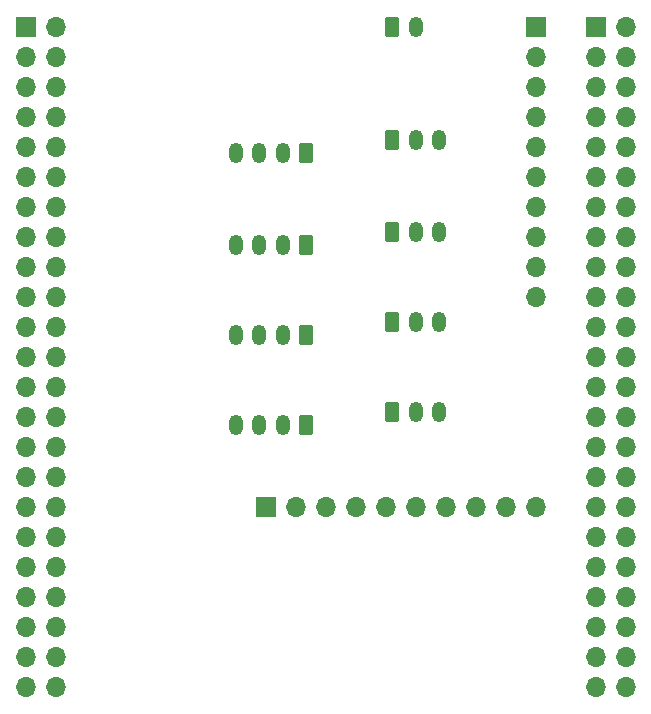
<source format=gbr>
%TF.GenerationSoftware,KiCad,Pcbnew,7.0.6*%
%TF.CreationDate,2024-10-14T12:44:36+01:00*%
%TF.ProjectId,BelaShield,42656c61-5368-4696-956c-642e6b696361,rev?*%
%TF.SameCoordinates,Original*%
%TF.FileFunction,Soldermask,Bot*%
%TF.FilePolarity,Negative*%
%FSLAX46Y46*%
G04 Gerber Fmt 4.6, Leading zero omitted, Abs format (unit mm)*
G04 Created by KiCad (PCBNEW 7.0.6) date 2024-10-14 12:44:36*
%MOMM*%
%LPD*%
G01*
G04 APERTURE LIST*
G04 Aperture macros list*
%AMRoundRect*
0 Rectangle with rounded corners*
0 $1 Rounding radius*
0 $2 $3 $4 $5 $6 $7 $8 $9 X,Y pos of 4 corners*
0 Add a 4 corners polygon primitive as box body*
4,1,4,$2,$3,$4,$5,$6,$7,$8,$9,$2,$3,0*
0 Add four circle primitives for the rounded corners*
1,1,$1+$1,$2,$3*
1,1,$1+$1,$4,$5*
1,1,$1+$1,$6,$7*
1,1,$1+$1,$8,$9*
0 Add four rect primitives between the rounded corners*
20,1,$1+$1,$2,$3,$4,$5,0*
20,1,$1+$1,$4,$5,$6,$7,0*
20,1,$1+$1,$6,$7,$8,$9,0*
20,1,$1+$1,$8,$9,$2,$3,0*%
G04 Aperture macros list end*
%ADD10RoundRect,0.250000X0.350000X0.625000X-0.350000X0.625000X-0.350000X-0.625000X0.350000X-0.625000X0*%
%ADD11O,1.200000X1.750000*%
%ADD12RoundRect,0.250000X-0.350000X-0.625000X0.350000X-0.625000X0.350000X0.625000X-0.350000X0.625000X0*%
%ADD13O,1.700000X1.700000*%
%ADD14R,1.700000X1.700000*%
G04 APERTURE END LIST*
D10*
%TO.C,J10*%
X145700000Y-79440000D03*
D11*
X143700000Y-79440000D03*
X141700000Y-79440000D03*
X139700000Y-79440000D03*
%TD*%
D10*
%TO.C,J11*%
X145700000Y-71820000D03*
D11*
X143700000Y-71820000D03*
X141700000Y-71820000D03*
X139700000Y-71820000D03*
%TD*%
%TO.C,J13*%
X154940000Y-53340000D03*
D12*
X152940000Y-53340000D03*
%TD*%
D13*
%TO.C,J3*%
X165100000Y-76200000D03*
X165100000Y-73660000D03*
X165100000Y-71120000D03*
X165100000Y-68580000D03*
X165100000Y-66040000D03*
X165100000Y-63500000D03*
X165100000Y-60960000D03*
X165100000Y-58420000D03*
X165100000Y-55880000D03*
D14*
X165100000Y-53340000D03*
%TD*%
D10*
%TO.C,J9*%
X145700000Y-87060000D03*
D11*
X143700000Y-87060000D03*
X141700000Y-87060000D03*
X139700000Y-87060000D03*
%TD*%
D13*
%TO.C,J2*%
X172720000Y-109220000D03*
X170180000Y-109220000D03*
X172720000Y-106680000D03*
X170180000Y-106680000D03*
X172720000Y-104140000D03*
X170180000Y-104140000D03*
X172720000Y-101600000D03*
X170180000Y-101600000D03*
X172720000Y-99060000D03*
X170180000Y-99060000D03*
X172720000Y-96520000D03*
X170180000Y-96520000D03*
X172720000Y-93980000D03*
X170180000Y-93980000D03*
X172720000Y-91440000D03*
X170180000Y-91440000D03*
X172720000Y-88900000D03*
X170180000Y-88900000D03*
X172720000Y-86360000D03*
X170180000Y-86360000D03*
X172720000Y-83820000D03*
X170180000Y-83820000D03*
X172720000Y-81280000D03*
X170180000Y-81280000D03*
X172720000Y-78740000D03*
X170180000Y-78740000D03*
X172720000Y-76200000D03*
X170180000Y-76200000D03*
X172720000Y-73660000D03*
X170180000Y-73660000D03*
X172720000Y-71120000D03*
X170180000Y-71120000D03*
X172720000Y-68580000D03*
X170180000Y-68580000D03*
X172720000Y-66040000D03*
X170180000Y-66040000D03*
X172720000Y-63500000D03*
X170180000Y-63500000D03*
X172720000Y-60960000D03*
X170180000Y-60960000D03*
X172720000Y-58420000D03*
X170180000Y-58420000D03*
X172720000Y-55880000D03*
X170180000Y-55880000D03*
X172720000Y-53340000D03*
D14*
X170180000Y-53340000D03*
%TD*%
D12*
%TO.C,J5*%
X152940000Y-85960000D03*
D11*
X154940000Y-85960000D03*
X156940000Y-85960000D03*
%TD*%
%TO.C,J8*%
X156940000Y-62880000D03*
X154940000Y-62880000D03*
D12*
X152940000Y-62880000D03*
%TD*%
%TO.C,J6*%
X152940000Y-78340000D03*
D11*
X154940000Y-78340000D03*
X156940000Y-78340000D03*
%TD*%
D13*
%TO.C,J1*%
X124460000Y-109220000D03*
X121920000Y-109220000D03*
X124460000Y-106680000D03*
X121920000Y-106680000D03*
X124460000Y-104140000D03*
X121920000Y-104140000D03*
X124460000Y-101600000D03*
X121920000Y-101600000D03*
X124460000Y-99060000D03*
X121920000Y-99060000D03*
X124460000Y-96520000D03*
X121920000Y-96520000D03*
X124460000Y-93980000D03*
X121920000Y-93980000D03*
X124460000Y-91440000D03*
X121920000Y-91440000D03*
X124460000Y-88900000D03*
X121920000Y-88900000D03*
X124460000Y-86360000D03*
X121920000Y-86360000D03*
X124460000Y-83820000D03*
X121920000Y-83820000D03*
X124460000Y-81280000D03*
X121920000Y-81280000D03*
X124460000Y-78740000D03*
X121920000Y-78740000D03*
X124460000Y-76200000D03*
X121920000Y-76200000D03*
X124460000Y-73660000D03*
X121920000Y-73660000D03*
X124460000Y-71120000D03*
X121920000Y-71120000D03*
X124460000Y-68580000D03*
X121920000Y-68580000D03*
X124460000Y-66040000D03*
X121920000Y-66040000D03*
X124460000Y-63500000D03*
X121920000Y-63500000D03*
X124460000Y-60960000D03*
X121920000Y-60960000D03*
X124460000Y-58420000D03*
X121920000Y-58420000D03*
X124460000Y-55880000D03*
X121920000Y-55880000D03*
X124460000Y-53340000D03*
D14*
X121920000Y-53340000D03*
%TD*%
%TO.C,J4*%
X142240000Y-93980000D03*
D13*
X144780000Y-93980000D03*
X147320000Y-93980000D03*
X149860000Y-93980000D03*
X152400000Y-93980000D03*
X154940000Y-93980000D03*
X157480000Y-93980000D03*
X160020000Y-93980000D03*
X162560000Y-93980000D03*
X165100000Y-93980000D03*
%TD*%
D10*
%TO.C,J12*%
X145700000Y-63980000D03*
D11*
X143700000Y-63980000D03*
X141700000Y-63980000D03*
X139700000Y-63980000D03*
%TD*%
D12*
%TO.C,J7*%
X152940000Y-70720000D03*
D11*
X154940000Y-70720000D03*
X156940000Y-70720000D03*
%TD*%
M02*

</source>
